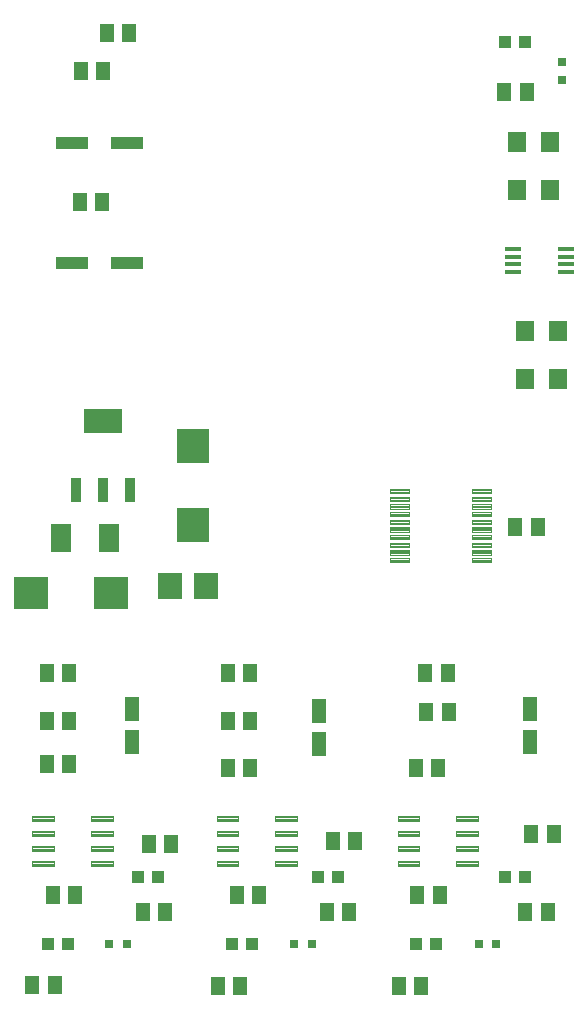
<source format=gbr>
G04 EAGLE Gerber RS-274X export*
G75*
%MOMM*%
%FSLAX34Y34*%
%LPD*%
%INSolderpaste Top*%
%IPPOS*%
%AMOC8*
5,1,8,0,0,1.08239X$1,22.5*%
G01*
%ADD10R,1.100000X1.000000*%
%ADD11R,1.300000X1.500000*%
%ADD12R,1.200000X2.000000*%
%ADD13R,2.950000X2.700000*%
%ADD14R,2.700000X2.950000*%
%ADD15R,0.800000X0.800000*%
%ADD16R,1.000000X1.100000*%
%ADD17C,0.120378*%
%ADD18C,0.120000*%
%ADD19R,0.950000X2.150000*%
%ADD20R,3.250000X2.150000*%
%ADD21R,1.397000X0.431800*%
%ADD22R,1.600000X1.803000*%
%ADD23R,2.000000X2.200000*%
%ADD24R,2.800000X1.000000*%
%ADD25R,1.800000X2.400000*%


D10*
X297042Y168339D03*
X314042Y168339D03*
D11*
X464091Y464678D03*
X483091Y464678D03*
D10*
X144571Y168339D03*
X161571Y168339D03*
D11*
X74171Y77218D03*
X55171Y77218D03*
X91531Y153178D03*
X72531Y153178D03*
X309589Y198618D03*
X328589Y198618D03*
D12*
X139291Y310578D03*
X139291Y282578D03*
D11*
X153731Y195918D03*
X172731Y195918D03*
X137251Y883058D03*
X118251Y883058D03*
D13*
X121840Y409157D03*
X54340Y409157D03*
D11*
X231071Y76218D03*
X212071Y76218D03*
D14*
X190950Y533634D03*
X190950Y466134D03*
D11*
X247111Y153178D03*
X228111Y153178D03*
D12*
X297597Y308885D03*
X297597Y280885D03*
D10*
X454884Y168339D03*
X471884Y168339D03*
D11*
X384271Y76218D03*
X365271Y76218D03*
X400151Y153178D03*
X381151Y153178D03*
D12*
X476682Y310578D03*
X476682Y282578D03*
D11*
X477591Y204518D03*
X496591Y204518D03*
D15*
X135175Y111918D03*
X120175Y111918D03*
X291573Y111918D03*
X276573Y111918D03*
X447971Y111918D03*
X432971Y111918D03*
D11*
X323589Y139058D03*
X304589Y139058D03*
X388771Y308218D03*
X407771Y308218D03*
X406871Y340718D03*
X387871Y340718D03*
X167731Y139058D03*
X148731Y139058D03*
X67571Y264218D03*
X86571Y264218D03*
X67571Y300718D03*
X86571Y300718D03*
X86571Y340718D03*
X67571Y340718D03*
X220371Y260718D03*
X239371Y260718D03*
X491591Y139058D03*
X472591Y139058D03*
D16*
X84971Y111918D03*
X67971Y111918D03*
X241021Y111918D03*
X224021Y111918D03*
X397071Y111918D03*
X380071Y111918D03*
D11*
X220371Y300718D03*
X239371Y300718D03*
X239371Y340718D03*
X220371Y340718D03*
X379571Y260718D03*
X398571Y260718D03*
D17*
X73695Y215561D02*
X55245Y215561D01*
X55245Y220375D01*
X73695Y220375D01*
X73695Y215561D01*
X73695Y216705D02*
X55245Y216705D01*
X55245Y217849D02*
X73695Y217849D01*
X73695Y218993D02*
X55245Y218993D01*
X55245Y220137D02*
X73695Y220137D01*
X73695Y202861D02*
X55245Y202861D01*
X55245Y207675D01*
X73695Y207675D01*
X73695Y202861D01*
X73695Y204005D02*
X55245Y204005D01*
X55245Y205149D02*
X73695Y205149D01*
X73695Y206293D02*
X55245Y206293D01*
X55245Y207437D02*
X73695Y207437D01*
X73695Y190161D02*
X55245Y190161D01*
X55245Y194975D01*
X73695Y194975D01*
X73695Y190161D01*
X73695Y191305D02*
X55245Y191305D01*
X55245Y192449D02*
X73695Y192449D01*
X73695Y193593D02*
X55245Y193593D01*
X55245Y194737D02*
X73695Y194737D01*
X73695Y177461D02*
X55245Y177461D01*
X55245Y182275D01*
X73695Y182275D01*
X73695Y177461D01*
X73695Y178605D02*
X55245Y178605D01*
X55245Y179749D02*
X73695Y179749D01*
X73695Y180893D02*
X55245Y180893D01*
X55245Y182037D02*
X73695Y182037D01*
X104647Y177461D02*
X123097Y177461D01*
X104647Y177461D02*
X104647Y182275D01*
X123097Y182275D01*
X123097Y177461D01*
X123097Y178605D02*
X104647Y178605D01*
X104647Y179749D02*
X123097Y179749D01*
X123097Y180893D02*
X104647Y180893D01*
X104647Y182037D02*
X123097Y182037D01*
X123097Y190161D02*
X104647Y190161D01*
X104647Y194975D01*
X123097Y194975D01*
X123097Y190161D01*
X123097Y191305D02*
X104647Y191305D01*
X104647Y192449D02*
X123097Y192449D01*
X123097Y193593D02*
X104647Y193593D01*
X104647Y194737D02*
X123097Y194737D01*
X123097Y202861D02*
X104647Y202861D01*
X104647Y207675D01*
X123097Y207675D01*
X123097Y202861D01*
X123097Y204005D02*
X104647Y204005D01*
X104647Y205149D02*
X123097Y205149D01*
X123097Y206293D02*
X104647Y206293D01*
X104647Y207437D02*
X123097Y207437D01*
X123097Y215561D02*
X104647Y215561D01*
X104647Y220375D01*
X123097Y220375D01*
X123097Y215561D01*
X123097Y216705D02*
X104647Y216705D01*
X104647Y217849D02*
X123097Y217849D01*
X123097Y218993D02*
X104647Y218993D01*
X104647Y220137D02*
X123097Y220137D01*
X211145Y215561D02*
X229595Y215561D01*
X211145Y215561D02*
X211145Y220375D01*
X229595Y220375D01*
X229595Y215561D01*
X229595Y216705D02*
X211145Y216705D01*
X211145Y217849D02*
X229595Y217849D01*
X229595Y218993D02*
X211145Y218993D01*
X211145Y220137D02*
X229595Y220137D01*
X229595Y202861D02*
X211145Y202861D01*
X211145Y207675D01*
X229595Y207675D01*
X229595Y202861D01*
X229595Y204005D02*
X211145Y204005D01*
X211145Y205149D02*
X229595Y205149D01*
X229595Y206293D02*
X211145Y206293D01*
X211145Y207437D02*
X229595Y207437D01*
X229595Y190161D02*
X211145Y190161D01*
X211145Y194975D01*
X229595Y194975D01*
X229595Y190161D01*
X229595Y191305D02*
X211145Y191305D01*
X211145Y192449D02*
X229595Y192449D01*
X229595Y193593D02*
X211145Y193593D01*
X211145Y194737D02*
X229595Y194737D01*
X229595Y177461D02*
X211145Y177461D01*
X211145Y182275D01*
X229595Y182275D01*
X229595Y177461D01*
X229595Y178605D02*
X211145Y178605D01*
X211145Y179749D02*
X229595Y179749D01*
X229595Y180893D02*
X211145Y180893D01*
X211145Y182037D02*
X229595Y182037D01*
X260547Y177461D02*
X278997Y177461D01*
X260547Y177461D02*
X260547Y182275D01*
X278997Y182275D01*
X278997Y177461D01*
X278997Y178605D02*
X260547Y178605D01*
X260547Y179749D02*
X278997Y179749D01*
X278997Y180893D02*
X260547Y180893D01*
X260547Y182037D02*
X278997Y182037D01*
X278997Y190161D02*
X260547Y190161D01*
X260547Y194975D01*
X278997Y194975D01*
X278997Y190161D01*
X278997Y191305D02*
X260547Y191305D01*
X260547Y192449D02*
X278997Y192449D01*
X278997Y193593D02*
X260547Y193593D01*
X260547Y194737D02*
X278997Y194737D01*
X278997Y202861D02*
X260547Y202861D01*
X260547Y207675D01*
X278997Y207675D01*
X278997Y202861D01*
X278997Y204005D02*
X260547Y204005D01*
X260547Y205149D02*
X278997Y205149D01*
X278997Y206293D02*
X260547Y206293D01*
X260547Y207437D02*
X278997Y207437D01*
X278997Y215561D02*
X260547Y215561D01*
X260547Y220375D01*
X278997Y220375D01*
X278997Y215561D01*
X278997Y216705D02*
X260547Y216705D01*
X260547Y217849D02*
X278997Y217849D01*
X278997Y218993D02*
X260547Y218993D01*
X260547Y220137D02*
X278997Y220137D01*
X364345Y215561D02*
X382795Y215561D01*
X364345Y215561D02*
X364345Y220375D01*
X382795Y220375D01*
X382795Y215561D01*
X382795Y216705D02*
X364345Y216705D01*
X364345Y217849D02*
X382795Y217849D01*
X382795Y218993D02*
X364345Y218993D01*
X364345Y220137D02*
X382795Y220137D01*
X382795Y202861D02*
X364345Y202861D01*
X364345Y207675D01*
X382795Y207675D01*
X382795Y202861D01*
X382795Y204005D02*
X364345Y204005D01*
X364345Y205149D02*
X382795Y205149D01*
X382795Y206293D02*
X364345Y206293D01*
X364345Y207437D02*
X382795Y207437D01*
X382795Y190161D02*
X364345Y190161D01*
X364345Y194975D01*
X382795Y194975D01*
X382795Y190161D01*
X382795Y191305D02*
X364345Y191305D01*
X364345Y192449D02*
X382795Y192449D01*
X382795Y193593D02*
X364345Y193593D01*
X364345Y194737D02*
X382795Y194737D01*
X382795Y177461D02*
X364345Y177461D01*
X364345Y182275D01*
X382795Y182275D01*
X382795Y177461D01*
X382795Y178605D02*
X364345Y178605D01*
X364345Y179749D02*
X382795Y179749D01*
X382795Y180893D02*
X364345Y180893D01*
X364345Y182037D02*
X382795Y182037D01*
X413747Y177461D02*
X432197Y177461D01*
X413747Y177461D02*
X413747Y182275D01*
X432197Y182275D01*
X432197Y177461D01*
X432197Y178605D02*
X413747Y178605D01*
X413747Y179749D02*
X432197Y179749D01*
X432197Y180893D02*
X413747Y180893D01*
X413747Y182037D02*
X432197Y182037D01*
X432197Y190161D02*
X413747Y190161D01*
X413747Y194975D01*
X432197Y194975D01*
X432197Y190161D01*
X432197Y191305D02*
X413747Y191305D01*
X413747Y192449D02*
X432197Y192449D01*
X432197Y193593D02*
X413747Y193593D01*
X413747Y194737D02*
X432197Y194737D01*
X432197Y202861D02*
X413747Y202861D01*
X413747Y207675D01*
X432197Y207675D01*
X432197Y202861D01*
X432197Y204005D02*
X413747Y204005D01*
X413747Y205149D02*
X432197Y205149D01*
X432197Y206293D02*
X413747Y206293D01*
X413747Y207437D02*
X432197Y207437D01*
X432197Y215561D02*
X413747Y215561D01*
X413747Y220375D01*
X432197Y220375D01*
X432197Y215561D01*
X432197Y216705D02*
X413747Y216705D01*
X413747Y217849D02*
X432197Y217849D01*
X432197Y218993D02*
X413747Y218993D01*
X413747Y220137D02*
X432197Y220137D01*
D18*
X374071Y493368D02*
X358271Y493368D01*
X358271Y496968D01*
X374071Y496968D01*
X374071Y493368D01*
X374071Y494508D02*
X358271Y494508D01*
X358271Y495648D02*
X374071Y495648D01*
X374071Y496788D02*
X358271Y496788D01*
X358271Y486868D02*
X374071Y486868D01*
X358271Y486868D02*
X358271Y490468D01*
X374071Y490468D01*
X374071Y486868D01*
X374071Y488008D02*
X358271Y488008D01*
X358271Y489148D02*
X374071Y489148D01*
X374071Y490288D02*
X358271Y490288D01*
X358271Y480368D02*
X374071Y480368D01*
X358271Y480368D02*
X358271Y483968D01*
X374071Y483968D01*
X374071Y480368D01*
X374071Y481508D02*
X358271Y481508D01*
X358271Y482648D02*
X374071Y482648D01*
X374071Y483788D02*
X358271Y483788D01*
X358271Y473868D02*
X374071Y473868D01*
X358271Y473868D02*
X358271Y477468D01*
X374071Y477468D01*
X374071Y473868D01*
X374071Y475008D02*
X358271Y475008D01*
X358271Y476148D02*
X374071Y476148D01*
X374071Y477288D02*
X358271Y477288D01*
X358271Y467368D02*
X374071Y467368D01*
X358271Y467368D02*
X358271Y470968D01*
X374071Y470968D01*
X374071Y467368D01*
X374071Y468508D02*
X358271Y468508D01*
X358271Y469648D02*
X374071Y469648D01*
X374071Y470788D02*
X358271Y470788D01*
X358271Y460868D02*
X374071Y460868D01*
X358271Y460868D02*
X358271Y464468D01*
X374071Y464468D01*
X374071Y460868D01*
X374071Y462008D02*
X358271Y462008D01*
X358271Y463148D02*
X374071Y463148D01*
X374071Y464288D02*
X358271Y464288D01*
X358271Y454368D02*
X374071Y454368D01*
X358271Y454368D02*
X358271Y457968D01*
X374071Y457968D01*
X374071Y454368D01*
X374071Y455508D02*
X358271Y455508D01*
X358271Y456648D02*
X374071Y456648D01*
X374071Y457788D02*
X358271Y457788D01*
X358271Y447868D02*
X374071Y447868D01*
X358271Y447868D02*
X358271Y451468D01*
X374071Y451468D01*
X374071Y447868D01*
X374071Y449008D02*
X358271Y449008D01*
X358271Y450148D02*
X374071Y450148D01*
X374071Y451288D02*
X358271Y451288D01*
X358271Y441368D02*
X374071Y441368D01*
X358271Y441368D02*
X358271Y444968D01*
X374071Y444968D01*
X374071Y441368D01*
X374071Y442508D02*
X358271Y442508D01*
X358271Y443648D02*
X374071Y443648D01*
X374071Y444788D02*
X358271Y444788D01*
X358271Y434868D02*
X374071Y434868D01*
X358271Y434868D02*
X358271Y438468D01*
X374071Y438468D01*
X374071Y434868D01*
X374071Y436008D02*
X358271Y436008D01*
X358271Y437148D02*
X374071Y437148D01*
X374071Y438288D02*
X358271Y438288D01*
X427471Y434868D02*
X443271Y434868D01*
X427471Y434868D02*
X427471Y438468D01*
X443271Y438468D01*
X443271Y434868D01*
X443271Y436008D02*
X427471Y436008D01*
X427471Y437148D02*
X443271Y437148D01*
X443271Y438288D02*
X427471Y438288D01*
X427471Y441368D02*
X443271Y441368D01*
X427471Y441368D02*
X427471Y444968D01*
X443271Y444968D01*
X443271Y441368D01*
X443271Y442508D02*
X427471Y442508D01*
X427471Y443648D02*
X443271Y443648D01*
X443271Y444788D02*
X427471Y444788D01*
X427471Y447868D02*
X443271Y447868D01*
X427471Y447868D02*
X427471Y451468D01*
X443271Y451468D01*
X443271Y447868D01*
X443271Y449008D02*
X427471Y449008D01*
X427471Y450148D02*
X443271Y450148D01*
X443271Y451288D02*
X427471Y451288D01*
X427471Y454368D02*
X443271Y454368D01*
X427471Y454368D02*
X427471Y457968D01*
X443271Y457968D01*
X443271Y454368D01*
X443271Y455508D02*
X427471Y455508D01*
X427471Y456648D02*
X443271Y456648D01*
X443271Y457788D02*
X427471Y457788D01*
X427471Y460868D02*
X443271Y460868D01*
X427471Y460868D02*
X427471Y464468D01*
X443271Y464468D01*
X443271Y460868D01*
X443271Y462008D02*
X427471Y462008D01*
X427471Y463148D02*
X443271Y463148D01*
X443271Y464288D02*
X427471Y464288D01*
X427471Y467368D02*
X443271Y467368D01*
X427471Y467368D02*
X427471Y470968D01*
X443271Y470968D01*
X443271Y467368D01*
X443271Y468508D02*
X427471Y468508D01*
X427471Y469648D02*
X443271Y469648D01*
X443271Y470788D02*
X427471Y470788D01*
X427471Y473868D02*
X443271Y473868D01*
X427471Y473868D02*
X427471Y477468D01*
X443271Y477468D01*
X443271Y473868D01*
X443271Y475008D02*
X427471Y475008D01*
X427471Y476148D02*
X443271Y476148D01*
X443271Y477288D02*
X427471Y477288D01*
X427471Y480368D02*
X443271Y480368D01*
X427471Y480368D02*
X427471Y483968D01*
X443271Y483968D01*
X443271Y480368D01*
X443271Y481508D02*
X427471Y481508D01*
X427471Y482648D02*
X443271Y482648D01*
X443271Y483788D02*
X427471Y483788D01*
X427471Y486868D02*
X443271Y486868D01*
X427471Y486868D02*
X427471Y490468D01*
X443271Y490468D01*
X443271Y486868D01*
X443271Y488008D02*
X427471Y488008D01*
X427471Y489148D02*
X443271Y489148D01*
X443271Y490288D02*
X427471Y490288D01*
X427471Y493368D02*
X443271Y493368D01*
X427471Y493368D02*
X427471Y496968D01*
X443271Y496968D01*
X443271Y493368D01*
X443271Y494508D02*
X427471Y494508D01*
X427471Y495648D02*
X443271Y495648D01*
X443271Y496788D02*
X427471Y496788D01*
D19*
X91784Y496318D03*
X114784Y496318D03*
X137784Y496318D03*
D20*
X114784Y554318D03*
D15*
X503251Y843118D03*
X503251Y858118D03*
D16*
X472471Y875618D03*
X455471Y875618D03*
D21*
X462453Y700068D03*
X462453Y693568D03*
X462453Y687068D03*
X462453Y680568D03*
X506649Y680568D03*
X506649Y687068D03*
X506649Y693568D03*
X506649Y700068D03*
D11*
X114154Y739796D03*
X95154Y739796D03*
X96300Y850813D03*
X115300Y850813D03*
D22*
X465251Y750318D03*
X493691Y750318D03*
X493691Y790318D03*
X465251Y790318D03*
X500465Y630318D03*
X472025Y630318D03*
X500465Y590318D03*
X472025Y590318D03*
D11*
X473731Y832858D03*
X454731Y832858D03*
D23*
X201765Y414994D03*
X171765Y414994D03*
D24*
X88584Y789549D03*
X135584Y789549D03*
X88584Y687995D03*
X135584Y687995D03*
D25*
X120250Y455000D03*
X79750Y455000D03*
M02*

</source>
